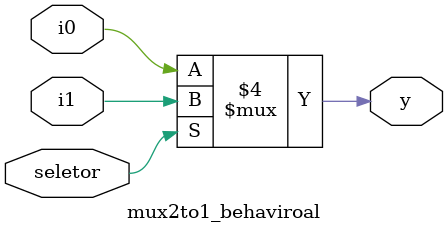
<source format=v>
module mux2to1_behaviroal (
    input i0,                                   // entrada 0
    input i1,                                   // entrada 1
    input seletor,                              // "chave seletora"
    output reg y
);

    always @( i0 or i1 or seletor ) begin
        if ( seletor == 1'b0 )
            y = i0;

        else
            y = i1;
    end

endmodule
</source>
